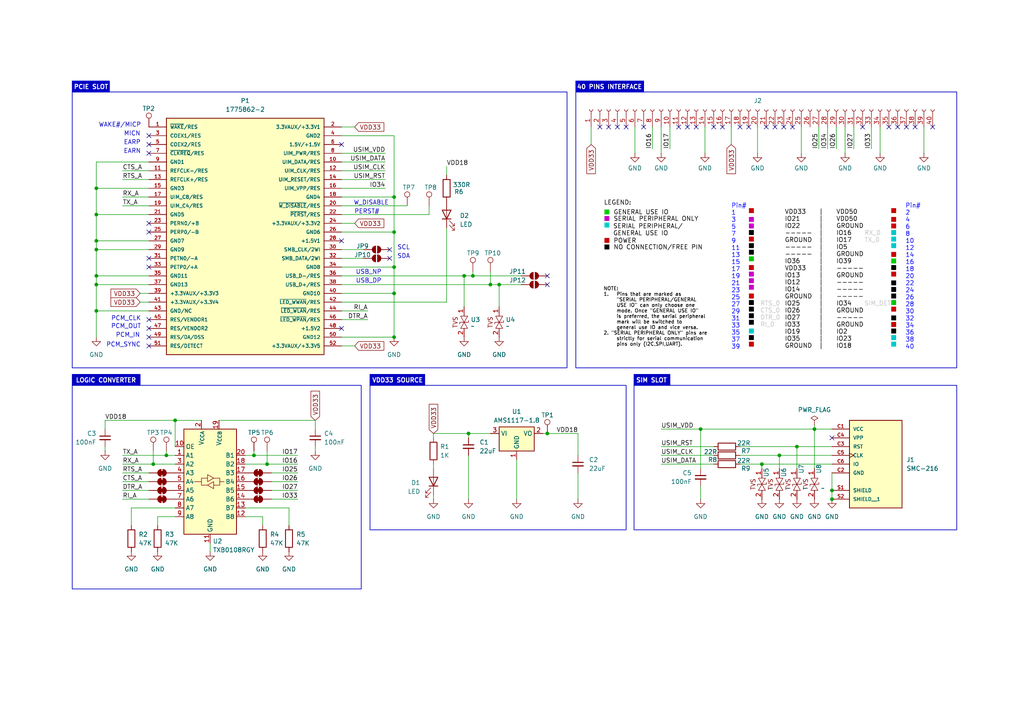
<source format=kicad_sch>
(kicad_sch (version 20231120) (generator "eeschema") (generator_version "8.0")
  (paper "A4")
  (title_block (title "Sim7600G Pi HAT") (date "2025-07-19") (rev "1"))
  (junction (at 114.3 67.31))
  (junction (at 27.94 69.85))
  (junction (at 114.3 85.09))
  (junction (at 226.06 132.08))
  (junction (at 27.94 90.17))
  (junction (at 220.98 134.62))
  (junction (at 135.89 125.73))
  (junction (at 73.66 132.08))
  (junction (at 137.16 80.01))
  (junction (at 203.2 124.46))
  (junction (at 27.94 80.01))
  (junction (at 48.26 132.08))
  (junction (at 231.14 129.54))
  (junction (at 241.3 144.78))
  (junction (at 44.45 134.62))
  (junction (at 50.8 121.92))
  (junction (at 158.75 125.73))
  (junction (at 134.62 80.01))
  (junction (at 114.3 57.15))
  (junction (at 241.3 142.24))
  (junction (at 144.78 82.55))
  (junction (at 27.94 82.55))
  (junction (at 142.24 82.55))
  (junction (at 27.94 62.23))
  (junction (at 27.94 72.39))
  (junction (at 77.47 134.62))
  (junction (at 114.3 97.79))
  (junction (at 236.22 124.46))
  (junction (at 114.3 77.47))
  (junction (at 27.94 54.61))
  (no_connect (at 99.06 69.85))
  (no_connect (at 201.93 36.83))
  (no_connect (at 173.99 36.83))
  (no_connect (at 158.75 82.55))
  (no_connect (at 214.63 36.83))
  (no_connect (at 99.06 41.91))
  (no_connect (at 158.75 80.01))
  (no_connect (at 257.81 36.83))
  (no_connect (at 43.18 77.47))
  (no_connect (at 113.03 74.93))
  (no_connect (at 43.18 100.33))
  (no_connect (at 43.18 41.91))
  (no_connect (at 186.69 36.83))
  (no_connect (at 227.33 36.83))
  (no_connect (at 43.18 44.45))
  (no_connect (at 196.85 36.83))
  (no_connect (at 241.3 127))
  (no_connect (at 265.43 36.83))
  (no_connect (at 270.51 36.83))
  (no_connect (at 199.39 36.83))
  (no_connect (at 260.35 36.83))
  (no_connect (at 222.25 36.83))
  (no_connect (at 113.03 72.39))
  (no_connect (at 217.17 36.83))
  (no_connect (at 43.18 95.25))
  (no_connect (at 224.79 36.83))
  (no_connect (at 99.06 95.25))
  (no_connect (at 43.18 97.79))
  (no_connect (at 43.18 67.31))
  (no_connect (at 43.18 74.93))
  (no_connect (at 250.19 36.83))
  (no_connect (at 262.89 36.83))
  (no_connect (at 181.61 36.83))
  (no_connect (at 179.07 36.83))
  (no_connect (at 43.18 64.77))
  (no_connect (at 229.87 36.83))
  (no_connect (at 43.18 92.71))
  (no_connect (at 43.18 39.37))
  (no_connect (at 176.53 36.83))
  (no_connect (at 209.55 36.83))
  (no_connect (at 207.01 36.83))
  (wire (pts (xy 73.66 130.81) (xy 73.66 132.08)))
  (wire (pts (xy 27.94 80.01) (xy 27.94 82.55)))
  (wire (pts (xy 35.56 52.07) (xy 43.18 52.07)))
  (wire (pts (xy 78.74 144.78) (xy 86.36 144.78)))
  (wire (pts (xy 27.94 69.85) (xy 27.94 72.39)))
  (wire (pts (xy 191.77 134.62) (xy 207.01 134.62)))
  (wire (pts (xy 142.24 82.55) (xy 144.78 82.55)))
  (wire (pts (xy 245.11 44.45) (xy 245.11 36.83)))
  (wire (pts (xy 99.06 97.79) (xy 114.3 97.79)))
  (wire (pts (xy 191.77 36.83) (xy 191.77 44.45)))
  (wire (pts (xy 105.41 72.39) (xy 99.06 72.39)))
  (wire (pts (xy 71.12 147.32) (xy 83.82 147.32)))
  (wire (pts (xy 242.57 36.83) (xy 242.57 43.18)))
  (wire (pts (xy 35.56 132.08) (xy 48.26 132.08)))
  (wire (pts (xy 91.44 121.92) (xy 91.44 124.46)))
  (wire (pts (xy 73.66 132.08) (xy 86.36 132.08)))
  (wire (pts (xy 99.06 46.99) (xy 111.76 46.99)))
  (wire (pts (xy 114.3 85.09) (xy 114.3 97.79)))
  (wire (pts (xy 58.42 121.92) (xy 50.8 121.92)))
  (wire (pts (xy 27.94 62.23) (xy 43.18 62.23)))
  (wire (pts (xy 203.2 124.46) (xy 203.2 135.89)))
  (wire (pts (xy 99.06 44.45) (xy 111.76 44.45)))
  (wire (pts (xy 184.15 44.45) (xy 184.15 36.83)))
  (wire (pts (xy 129.54 66.04) (xy 129.54 87.63)))
  (wire (pts (xy 99.06 64.77) (xy 102.87 64.77)))
  (wire (pts (xy 99.06 67.31) (xy 114.3 67.31)))
  (wire (pts (xy 78.74 142.24) (xy 86.36 142.24)))
  (wire (pts (xy 125.73 134.62) (xy 125.73 135.89)))
  (wire (pts (xy 118.11 59.69) (xy 99.06 59.69)))
  (wire (pts (xy 35.56 142.24) (xy 43.18 142.24)))
  (wire (pts (xy 252.73 36.83) (xy 252.73 43.18)))
  (wire (pts (xy 124.46 59.69) (xy 124.46 62.23)))
  (wire (pts (xy 137.16 80.01) (xy 151.13 80.01)))
  (wire (pts (xy 27.94 82.55) (xy 27.94 90.17)))
  (wire (pts (xy 27.94 72.39) (xy 27.94 80.01)))
  (wire (pts (xy 35.56 139.7) (xy 43.18 139.7)))
  (wire (pts (xy 77.47 130.81) (xy 77.47 134.62)))
  (wire (pts (xy 99.06 39.37) (xy 114.3 39.37)))
  (wire (pts (xy 99.06 82.55) (xy 142.24 82.55)))
  (wire (pts (xy 27.94 54.61) (xy 43.18 54.61)))
  (wire (pts (xy 30.48 121.92) (xy 50.8 121.92)))
  (wire (pts (xy 125.73 144.78) (xy 125.73 143.51)))
  (wire (pts (xy 236.22 123.19) (xy 236.22 124.46)))
  (wire (pts (xy 48.26 130.81) (xy 48.26 132.08)))
  (wire (pts (xy 189.23 36.83) (xy 189.23 43.18)))
  (wire (pts (xy 114.3 67.31) (xy 114.3 77.47)))
  (wire (pts (xy 167.64 137.16) (xy 167.64 144.78)))
  (wire (pts (xy 142.24 78.74) (xy 142.24 82.55)))
  (wire (pts (xy 99.06 57.15) (xy 114.3 57.15)))
  (wire (pts (xy 267.97 44.45) (xy 267.97 36.83)))
  (wire (pts (xy 99.06 92.71) (xy 106.68 92.71)))
  (wire (pts (xy 99.06 77.47) (xy 114.3 77.47)))
  (wire (pts (xy 35.56 137.16) (xy 43.18 137.16)))
  (wire (pts (xy 226.06 132.08) (xy 226.06 135.89)))
  (wire (pts (xy 240.03 36.83) (xy 240.03 43.18)))
  (wire (pts (xy 157.48 125.73) (xy 158.75 125.73)))
  (wire (pts (xy 135.89 125.73) (xy 142.24 125.73)))
  (wire (pts (xy 45.72 149.86) (xy 50.8 149.86)))
  (wire (pts (xy 149.86 144.78) (xy 149.86 133.35)))
  (wire (pts (xy 114.3 57.15) (xy 114.3 67.31)))
  (wire (pts (xy 99.06 80.01) (xy 134.62 80.01)))
  (wire (pts (xy 144.78 82.55) (xy 144.78 88.9)))
  (wire (pts (xy 114.3 39.37) (xy 114.3 57.15)))
  (wire (pts (xy 30.48 130.81) (xy 30.48 129.54)))
  (wire (pts (xy 102.87 100.33) (xy 99.06 100.33)))
  (wire (pts (xy 105.41 74.93) (xy 99.06 74.93)))
  (wire (pts (xy 236.22 124.46) (xy 241.3 124.46)))
  (wire (pts (xy 134.62 80.01) (xy 137.16 80.01)))
  (wire (pts (xy 27.94 62.23) (xy 27.94 69.85)))
  (wire (pts (xy 27.94 54.61) (xy 27.94 62.23)))
  (wire (pts (xy 40.64 85.09) (xy 43.18 85.09)))
  (wire (pts (xy 44.45 130.81) (xy 44.45 134.62)))
  (wire (pts (xy 194.31 36.83) (xy 194.31 43.18)))
  (wire (pts (xy 50.8 121.92) (xy 50.8 129.54)))
  (wire (pts (xy 76.2 152.4) (xy 76.2 149.86)))
  (wire (pts (xy 191.77 129.54) (xy 207.01 129.54)))
  (wire (pts (xy 212.09 36.83) (xy 212.09 41.91)))
  (wire (pts (xy 27.94 82.55) (xy 43.18 82.55)))
  (wire (pts (xy 27.94 97.79) (xy 27.94 90.17)))
  (wire (pts (xy 158.75 125.73) (xy 167.64 125.73)))
  (wire (pts (xy 35.56 59.69) (xy 43.18 59.69)))
  (wire (pts (xy 247.65 36.83) (xy 247.65 43.18)))
  (wire (pts (xy 35.56 134.62) (xy 44.45 134.62)))
  (wire (pts (xy 40.64 87.63) (xy 43.18 87.63)))
  (wire (pts (xy 27.94 72.39) (xy 43.18 72.39)))
  (wire (pts (xy 50.8 147.32) (xy 38.1 147.32)))
  (wire (pts (xy 203.2 124.46) (xy 236.22 124.46)))
  (wire (pts (xy 27.94 46.99) (xy 27.94 54.61)))
  (wire (pts (xy 35.56 144.78) (xy 43.18 144.78)))
  (wire (pts (xy 220.98 134.62) (xy 241.3 134.62)))
  (wire (pts (xy 125.73 125.73) (xy 125.73 127)))
  (wire (pts (xy 76.2 149.86) (xy 71.12 149.86)))
  (wire (pts (xy 125.73 125.73) (xy 135.89 125.73)))
  (wire (pts (xy 35.56 57.15) (xy 43.18 57.15)))
  (wire (pts (xy 151.13 82.55) (xy 144.78 82.55)))
  (wire (pts (xy 214.63 134.62) (xy 220.98 134.62)))
  (wire (pts (xy 63.5 121.92) (xy 91.44 121.92)))
  (wire (pts (xy 99.06 90.17) (xy 106.68 90.17)))
  (wire (pts (xy 30.48 121.92) (xy 30.48 124.46)))
  (wire (pts (xy 220.98 134.62) (xy 220.98 135.89)))
  (wire (pts (xy 27.94 46.99) (xy 43.18 46.99)))
  (wire (pts (xy 219.71 44.45) (xy 219.71 36.83)))
  (wire (pts (xy 27.94 90.17) (xy 43.18 90.17)))
  (wire (pts (xy 78.74 137.16) (xy 86.36 137.16)))
  (wire (pts (xy 27.94 80.01) (xy 43.18 80.01)))
  (wire (pts (xy 35.56 49.53) (xy 43.18 49.53)))
  (wire (pts (xy 77.47 134.62) (xy 86.36 134.62)))
  (wire (pts (xy 114.3 77.47) (xy 114.3 85.09)))
  (wire (pts (xy 38.1 147.32) (xy 38.1 152.4)))
  (wire (pts (xy 171.45 36.83) (xy 171.45 41.91)))
  (wire (pts (xy 255.27 36.83) (xy 255.27 44.45)))
  (wire (pts (xy 102.87 36.83) (xy 99.06 36.83)))
  (wire (pts (xy 203.2 140.97) (xy 203.2 144.78)))
  (wire (pts (xy 191.77 124.46) (xy 203.2 124.46)))
  (wire (pts (xy 45.72 152.4) (xy 45.72 149.86)))
  (wire (pts (xy 231.14 129.54) (xy 241.3 129.54)))
  (wire (pts (xy 237.49 36.83) (xy 237.49 43.18)))
  (wire (pts (xy 204.47 44.45) (xy 204.47 36.83)))
  (wire (pts (xy 48.26 132.08) (xy 50.8 132.08)))
  (wire (pts (xy 134.62 80.01) (xy 134.62 88.9)))
  (wire (pts (xy 99.06 85.09) (xy 114.3 85.09)))
  (wire (pts (xy 99.06 52.07) (xy 111.76 52.07)))
  (wire (pts (xy 91.44 130.81) (xy 91.44 129.54)))
  (wire (pts (xy 167.64 125.73) (xy 167.64 132.08)))
  (wire (pts (xy 231.14 129.54) (xy 231.14 135.89)))
  (wire (pts (xy 129.54 87.63) (xy 99.06 87.63)))
  (wire (pts (xy 241.3 137.16) (xy 241.3 142.24)))
  (wire (pts (xy 226.06 132.08) (xy 241.3 132.08)))
  (wire (pts (xy 27.94 69.85) (xy 43.18 69.85)))
  (wire (pts (xy 232.41 44.45) (xy 232.41 36.83)))
  (wire (pts (xy 83.82 147.32) (xy 83.82 152.4)))
  (wire (pts (xy 236.22 124.46) (xy 236.22 135.89)))
  (wire (pts (xy 71.12 132.08) (xy 73.66 132.08)))
  (wire (pts (xy 137.16 78.74) (xy 137.16 80.01)))
  (wire (pts (xy 214.63 132.08) (xy 226.06 132.08)))
  (wire (pts (xy 124.46 62.23) (xy 99.06 62.23)))
  (wire (pts (xy 241.3 142.24) (xy 241.3 144.78)))
  (wire (pts (xy 129.54 48.26) (xy 129.54 50.8)))
  (wire (pts (xy 99.06 54.61) (xy 111.76 54.61)))
  (wire (pts (xy 135.89 125.73) (xy 135.89 127)))
  (wire (pts (xy 99.06 49.53) (xy 111.76 49.53)))
  (wire (pts (xy 60.96 160.02) (xy 60.96 157.48)))
  (wire (pts (xy 71.12 134.62) (xy 77.47 134.62)))
  (wire (pts (xy 78.74 139.7) (xy 86.36 139.7)))
  (wire (pts (xy 135.89 132.08) (xy 135.89 144.78)))
  (wire (pts (xy 44.45 134.62) (xy 50.8 134.62)))
  (wire (pts (xy 191.77 132.08) (xy 207.01 132.08)))
  (wire (pts (xy 214.63 129.54) (xy 231.14 129.54)))
  (rectangle (start 175.387 60.833) (end 176.657 62.103) (stroke (width 0) (color 0 194 0 1)) (fill (type color) (color 0 194 0 1)))
  (rectangle (start 217.297 80.772) (end 218.567 82.042) (stroke (width 0) (color 194 0 194 1)) (fill (type color) (color 194 0 194 1)))
  (rectangle (start 258.572 85.217) (end 259.842 86.487) (stroke (width 0) (color 0 0 0 1)) (fill (type color) (color 0 0 0 1)))
  (rectangle (start 258.572 91.567) (end 259.842 92.837) (stroke (width 0) (color 0 0 0 1)) (fill (type color) (color 0 0 0 1)))
  (rectangle (start 258.572 81.407) (end 259.842 82.677) (stroke (width 0) (color 0 0 0 1)) (fill (type color) (color 0 0 0 1)))
  (rectangle (start 20.955 108.585) (end 40.64 111.76) (stroke (width 0.2) (color 0 0 194 1)) (fill (type color) (color 0 0 194 1)))
  (rectangle (start 217.297 95.377) (end 218.567 96.647) (stroke (width 0) (color 0 194 194 1)) (fill (type color) (color 0 194 194 1)))
  (rectangle (start 258.572 97.282) (end 259.842 98.552) (stroke (width 0) (color 0 194 194 1)) (fill (type color) (color 0 194 194 1)))
  (rectangle (start 217.297 99.187) (end 218.567 100.457) (stroke (width 0) (color 194 0 0 1)) (fill (type color) (color 194 0 0 1)))
  (rectangle (start 175.387 64.643) (end 176.657 65.913) (stroke (width 0) (color 0 194 194 1)) (fill (type color) (color 0 194 194 1)))
  (rectangle (start 217.297 74.422) (end 218.567 75.692) (stroke (width 0) (color 0 194 0 1)) (fill (type color) (color 0 194 0 1)))
  (rectangle (start 217.297 90.932) (end 218.567 92.202) (stroke (width 0) (color 0 0 0 1)) (fill (type color) (color 0 0 0 1)))
  (rectangle (start 107.315 111.76) (end 181.61 153.67) (stroke (width 0.2)))
  (rectangle (start 217.297 70.612) (end 218.567 71.882) (stroke (width 0) (color 0 0 0 1)) (fill (type color) (color 0 0 0 1)))
  (rectangle (start 258.572 62.992) (end 259.842 64.262) (stroke (width 0) (color 194 0 0 1)) (fill (type color) (color 194 0 0 1)))
  (rectangle (start 20.955 26.67) (end 164.465 106.68) (stroke (width 0.2)))
  (rectangle (start 258.572 83.312) (end 259.842 84.582) (stroke (width 0) (color 0 0 0 1)) (fill (type color) (color 0 0 0 1)))
  (rectangle (start 183.896 108.585) (end 194.31 111.76) (stroke (width 0.2) (color 0 0 194 1)) (fill (type color) (color 0 0 194 1)))
  (rectangle (start 217.297 78.867) (end 218.567 80.137) (stroke (width 0) (color 194 0 194 1)) (fill (type color) (color 194 0 194 1)))
  (rectangle (start 217.297 72.517) (end 218.567 73.787) (stroke (width 0) (color 0 0 0 1)) (fill (type color) (color 0 0 0 1)))
  (rectangle (start 107.315 108.585) (end 123.19 111.76) (stroke (width 0.2) (color 0 0 194 1)) (fill (type color) (color 0 0 194 1)))
  (rectangle (start 183.896 111.76) (end 277.495 153.67) (stroke (width 0.2)))
  (rectangle (start 258.572 75.057) (end 259.842 76.327) (stroke (width 0) (color 0 194 0 1)) (fill (type color) (color 0 194 0 1)))
  (rectangle (start 258.572 78.867) (end 259.842 80.137) (stroke (width 0) (color 194 0 0 1)) (fill (type color) (color 194 0 0 1)))
  (rectangle (start 217.297 92.837) (end 218.567 94.107) (stroke (width 0) (color 0 0 0 1)) (fill (type color) (color 0 0 0 1)))
  (rectangle (start 258.572 73.152) (end 259.842 74.422) (stroke (width 0) (color 194 0 0 1)) (fill (type color) (color 194 0 0 1)))
  (rectangle (start 217.297 64.897) (end 218.567 66.167) (stroke (width 0) (color 194 0 194 1)) (fill (type color) (color 194 0 194 1)))
  (rectangle (start 217.297 66.802) (end 218.567 68.072) (stroke (width 0) (color 0 0 0 1)) (fill (type color) (color 0 0 0 1)))
  (rectangle (start 258.572 93.472) (end 259.842 94.742) (stroke (width 0) (color 194 0 0 1)) (fill (type color) (color 194 0 0 1)))
  (rectangle (start 217.297 89.027) (end 218.567 90.297) (stroke (width 0) (color 0 0 0 1)) (fill (type color) (color 0 0 0 1)))
  (rectangle (start 258.572 95.377) (end 259.842 96.647) (stroke (width 0) (color 0 0 0 1)) (fill (type color) (color 0 0 0 1)))
  (rectangle (start 175.387 62.738) (end 176.657 64.008) (stroke (width 0) (color 194 0 194 1)) (fill (type color) (color 194 0 194 1)))
  (rectangle (start 258.572 66.802) (end 259.842 68.072) (stroke (width 0) (color 0 194 194 1)) (fill (type color) (color 0 194 194 1)))
  (rectangle (start 217.297 68.707) (end 218.567 69.977) (stroke (width 0) (color 194 0 0 1)) (fill (type color) (color 194 0 0 1)))
  (rectangle (start 20.955 111.76) (end 104.775 170.815) (stroke (width 0.2)))
  (rectangle (start 20.955 23.495) (end 31.75 26.67) (stroke (width 0.2) (color 0 0 194 1)) (fill (type color) (color 0 0 194 1)))
  (rectangle (start 258.572 99.187) (end 259.842 100.457) (stroke (width 0) (color 0 194 194 1)) (fill (type color) (color 0 194 194 1)))
  (rectangle (start 175.387 70.993) (end 176.657 72.263) (stroke (width 0) (color 0 0 0 1)) (fill (type color) (color 0 0 0 1)))
  (rectangle (start 217.297 85.217) (end 218.567 86.487) (stroke (width 0) (color 194 0 0 1)) (fill (type color) (color 194 0 0 1)))
  (rectangle (start 258.572 76.962) (end 259.842 78.232) (stroke (width 0) (color 0 0 0 1)) (fill (type color) (color 0 0 0 1)))
  (rectangle (start 258.572 64.897) (end 259.842 66.167) (stroke (width 0) (color 194 0 0 1)) (fill (type color) (color 194 0 0 1)))
  (rectangle (start 258.572 60.452) (end 259.842 61.722) (stroke (width 0) (color 194 0 0 1)) (fill (type color) (color 194 0 0 1)))
  (rectangle (start 217.297 87.122) (end 218.567 88.392) (stroke (width 0) (color 0 0 0 1)) (fill (type color) (color 0 0 0 1)))
  (rectangle (start 217.297 82.677) (end 218.567 83.947) (stroke (width 0) (color 194 0 194 1)) (fill (type color) (color 194 0 194 1)))
  (rectangle (start 217.297 97.282) (end 218.567 98.552) (stroke (width 0) (color 0 0 0 1)) (fill (type color) (color 0 0 0 1)))
  (rectangle (start 217.297 62.992) (end 218.567 64.262) (stroke (width 0) (color 194 0 194 1)) (fill (type color) (color 194 0 194 1)))
  (rectangle (start 258.572 89.027) (end 259.842 90.297) (stroke (width 0) (color 194 0 0 1)) (fill (type color) (color 194 0 0 1)))
  (rectangle (start 167.005 23.495) (end 186.69 26.67) (stroke (width 0.2) (color 0 0 194 1)) (fill (type color) (color 0 0 194 1)))
  (rectangle (start 258.572 70.612) (end 259.842 71.882) (stroke (width 0) (color 0 194 194 1)) (fill (type color) (color 0 194 194 1)))
  (rectangle (start 167.005 26.67) (end 277.495 106.68) (stroke (width 0.2)))
  (rectangle (start 258.572 87.122) (end 259.842 88.392) (stroke (width 0) (color 0 194 0 1)) (fill (type color) (color 0 194 0 1)))
  (rectangle (start 258.572 68.707) (end 259.842 69.977) (stroke (width 0) (color 0 194 194 1)) (fill (type color) (color 0 194 194 1)))
  (rectangle (start 217.297 76.962) (end 218.567 78.232) (stroke (width 0) (color 194 0 0 1)) (fill (type color) (color 194 0 0 1)))
  (rectangle (start 217.297 60.452) (end 218.567 61.722) (stroke (width 0) (color 194 0 0 1)) (fill (type color) (color 194 0 0 1)))
  (rectangle (start 175.387 69.088) (end 176.657 70.358) (stroke (width 0) (color 194 0 0 1)) (fill (type color) (color 194 0 0 1)))
  (text "PCM_SYNC" (at 35.814 100.076 0) (effects (font (size 1.27 1.27))))
  (text "PCM_CLK" (at 36.576 92.456 0) (effects (font (size 1.27 1.27))))
  (text "VDD33	|	VDD50\nIO21	|	VDD50\nIO22	|	GROUND\n-----	|	IO16\nGROUND	|	IO17\n-----	|	IO5\n-----	|	GROUND\nIO36	|	IO39\nVDD33	|	-----\nIO13	|	GROUND\nIO12	|	-----		\nIO14	|	-----\nGROUND	|	-----\nIO25	|	IO34\nIO26	|	GROUND\nIO27	|	-----\nIO33	|	GROUND\nIO19	|	IO2\nIO35	|	IO23\nGROUND	|	IO18" (at 227.584 81.026 0) (effects (font (size 1.27 1.27)) (justify left)))
  (text " W_DISABLE" (at 107.188 58.928 0) (effects (font (size 1.27 1.27))))
  (text "Pin#									Pin#\n1										2\n3										4\n5										6\n7										8\n9										10\n11										12\n13										14\n15										16\n17										18\n19										20\n21										22\n23										24\n25										26\n27										28\n29										30\n31										32\n33										34\n35										36\n37										38\n39										40\n										\n" (at 212.09 81.28 0) (effects (font (size 1.27 1.27)) (justify left)))
  (text "		\n	\n					\n						RX_0\n						TX_0\n						\n		\n					\n		\n	\n			\n					\n		\nRTS_0					SIM_DET\nCTS_0\nDTR_0						\nRI_0	\n					\n					\n						" (at 220.472 81.026 0) (effects (font (size 1.27 1.27)) (justify left)))
  (text "LOGIC CONVERTER" (at 30.734 110.49 0) (effects (font (size 1.27 1.27) (thickness 0.254) (bold yes))))
  (text "POWER" (at 177.927 69.977 0) (effects (font (size 1.27 1.27)) (justify left)))
  (text "SDA" (at 117.094 74.422 0) (effects (font (size 1.27 1.27))))
  (text "USB_DP" (at 106.934 81.534 0) (effects (font (size 1.27 1.27))))
  (text "SERIAL PERIPHERAL ONLY" (at 177.927 63.627 0) (effects (font (size 1.27 1.27)) (justify left)))
  (text "40 PINS INTERFACE" (at 176.784 25.4 0) (effects (font (size 1.27 1.27) (thickness 0.254) (bold yes))))
  (text "PCIE SLOT" (at 26.416 25.4 0) (effects (font (size 1.27 1.27) (thickness 0.254) (bold yes))))
  (text "EARN" (at 38.354 43.942 0) (effects (font (size 1.27 1.27))))
  (text "SIM SLOT" (at 188.976 110.49 0) (effects (font (size 1.27 1.27) (thickness 0.254) (bold yes))))
  (text "PCM_IN" (at 37.084 97.282 0) (effects (font (size 1.27 1.27))))
  (text "EARP" (at 38.354 41.402 0) (effects (font (size 1.27 1.27))))
  (text " PCM_OUT" (at 36.068 94.742 0) (effects (font (size 1.27 1.27))))
  (text " SCL" (at 116.586 71.882 0) (effects (font (size 1.27 1.27))))
  (text "VDD33 SOURCE" (at 115.316 110.49 0) (effects (font (size 1.27 1.27) (thickness 0.254) (bold yes))))
  (text " WAKE#/MICP" (at 34.29 36.322 0) (effects (font (size 1.27 1.27))))
  (text "PERST#" (at 106.426 61.468 0) (effects (font (size 1.27 1.27))))
  (text "GENERAL USE IO" (at 177.927 61.722 0) (effects (font (size 1.27 1.27)) (justify left)))
  (text "LEGEND:" (at 175.133 58.928 0) (effects (font (size 1.27 1.27)) (justify left)))
  (text "SERIAL PERIPHERAL/\nGENERAL USE IO\n" (at 177.8 66.802 0) (effects (font (size 1.27 1.27)) (justify left)))
  (text " MICN" (at 37.846 38.862 0) (effects (font (size 1.27 1.27))))
  (text "USB_NP" (at 106.934 78.994 0) (effects (font (size 1.27 1.27))))
  (text "NO CONNECTION/FREE PIN" (at 177.927 71.882 0) (effects (font (size 1.27 1.27)) (justify left)))
  (text "NOTE:\n1.	Pins that are marked as\n	\"SERIAL PERIPHERAL/GENERAL\n	USE IO\" can only choose one\n	mode. Once \"GENERAL USE IO\"\n	is preferred, the serial peripheral\n	mark will be switched to \n	general use IO and vice versa.\n2. \"SERIAL PERIPHERAL ONLY\" pins are\n	strictly for serial communication\n	pins only (I2C,SPI,UART)." (at 175.006 91.948 0) (effects (font (size 1 1)) (justify left)))
  (label "RX_A" (at 35.56 57.15 0))
  (label "IO33" (at 252.73 43.18 90))
  (label "IO25" (at 237.49 43.18 90))
  (label "DTR_A" (at 35.56 142.24 0))
  (label "TX_A" (at 35.56 59.69 0))
  (label "USIM_VDD" (at 111.76 44.45 180))
  (label "USIM_DATA" (at 111.76 46.99 180))
  (label "USIM_CLK" (at 111.76 49.53 180))
  (label "USIM_CLK" (at 191.77 132.08 0))
  (label "USIM_RST" (at 111.76 52.07 180))
  (label "RI_A" (at 35.56 144.78 0))
  (label "IO33" (at 86.36 144.78 180))
  (label "IO17" (at 194.31 43.18 90))
  (label "RTS_A" (at 35.56 52.07 0))
  (label "VDD18" (at 30.48 121.92 0))
  (label "USIM_RST" (at 191.77 129.54 0))
  (label "USIM_VDD" (at 191.77 124.46 0))
  (label "CTS_A" (at 35.56 49.53 0))
  (label "IO16" (at 86.36 134.62 180))
  (label "IO27" (at 247.65 43.18 90))
  (label "USIM_DATA" (at 191.77 134.62 0))
  (label "RX_A" (at 35.56 134.62 0))
  (label "IO34" (at 240.03 43.18 90))
  (label "TX_A" (at 35.56 132.08 0))
  (label "IO26" (at 86.36 139.7 180))
  (label "IO16" (at 189.23 43.18 90))
  (label "IO27" (at 86.36 142.24 180))
  (label "VDD18" (at 167.64 125.73 180))
  (label "DTR_A" (at 106.68 92.71 180))
  (label "IO17" (at 86.36 132.08 180))
  (label "RI_A" (at 106.68 90.17 180))
  (label "RTS_A" (at 35.56 137.16 0))
  (label "IO34" (at 111.76 54.61 180))
  (label "CTS_A" (at 35.56 139.7 0))
  (label "IO25" (at 86.36 137.16 180))
  (label "VDD18" (at 129.54 48.26 0))
  (label "IO26" (at 242.57 43.18 90))
  (global_label "VDD33" (shape input) (at 40.64 85.09 180) (property "Intersheetrefs" "${INTERSHEET_REFS}" (effects (hide yes))))
  (global_label "VDD33" (shape input) (at 125.73 125.73 90) (property "Intersheetrefs" "${INTERSHEET_REFS}" (effects (hide yes))))
  (global_label "VDD33" (shape input) (at 212.09 41.91 270) (property "Intersheetrefs" "${INTERSHEET_REFS}" (effects (hide yes))))
  (global_label "VDD33" (shape input) (at 171.45 41.91 270) (property "Intersheetrefs" "${INTERSHEET_REFS}" (effects (hide yes))))
  (global_label "VDD33" (shape input) (at 40.64 87.63 180) (property "Intersheetrefs" "${INTERSHEET_REFS}" (effects (hide yes))))
  (global_label "VDD33" (shape input) (at 91.44 121.92 90) (property "Intersheetrefs" "${INTERSHEET_REFS}" (effects (hide yes))))
  (global_label "VDD33" (shape input) (at 102.87 100.33 0) (property "Intersheetrefs" "${INTERSHEET_REFS}" (effects (hide yes))))
  (global_label "VDD33" (shape input) (at 102.87 64.77 0) (property "Intersheetrefs" "${INTERSHEET_REFS}" (effects (hide yes))))
  (global_label "VDD33" (shape input) (at 102.87 36.83 0) (property "Intersheetrefs" "${INTERSHEET_REFS}" (effects (hide yes))))
  (symbol (lib_id "power:GND") (at 149.86 144.78 0) (unit 1)
    (property "Reference" "#PWR03" (effects (hide yes)))
    (property "Value" "GND" (at 149.86 149.86 0))
    (property "Description" "Power symbol creates a global label with name \"GND\" , ground" (effects (hide yes)))
  )
  (symbol (lib_id "Connector:TestPoint") (at 158.75 125.73 0) (unit 1)
    (property "Reference" "TP1" (at 156.972 120.396 0) (effects (justify left)))
    (property "Value" "TestPoint" (effects (hide yes)))
    (property "Footprint" "TestPoint:TestPoint_Pad_D1.5mm" (effects (hide yes)))
    (property "Description" "test point" (effects (hide yes)))
  )
  (symbol (lib_id "Device:R") (at 45.72 156.21 0) (mirror x) (unit 1)
    (property "Reference" "R3" (at 47.8155 155.0035 0) (effects (justify left)))
    (property "Value" "47K" (at 47.8155 157.5435 0) (effects (justify left)))
    (property "Footprint" "Resistor_SMD:R_0201_0603Metric" (effects (hide yes)))
    (property "Description" "Resistor" (effects (hide yes)))
  )
  (symbol (lib_id "power:GND") (at 38.1 160.02 0) (mirror y) (unit 1)
    (property "Reference" "#PWR07" (effects (hide yes)))
    (property "Value" "GND" (at 38.1 165.1 0))
    (property "Description" "Power symbol creates a global label with name \"GND\" , ground" (effects (hide yes)))
  )
  (symbol (lib_id "Jumper:SolderJumper_2_Open") (at 109.22 72.39 0) (unit 1) (exclude_from_sim yes) (in_bom no)
    (property "Reference" "JP9" (at 105.156 71.374 0))
    (property "Value" "SolderJumper_2_Open" (effects (hide yes)))
    (property "Footprint" "Jumper:SolderJumper-2_P1.3mm_Open_Pad1.0x1.5mm" (effects (hide yes)))
    (property "Description" "Solder Jumper, 2-pole, open" (effects (hide yes)))
  )
  (symbol (lib_id "Jumper:SolderJumper_2_Bridged") (at 74.93 139.7 0) (unit 1) (exclude_from_sim yes) (in_bom no)
    (property "Reference" "JP6" (effects (hide yes)))
    (property "Value" "SolderJumper_2_Bridged" (effects (hide yes)))
    (property "Footprint" "Jumper:SolderJumper-2_P1.3mm_Bridged_RoundedPad1.0x1.5mm" (effects (hide yes)))
    (property "Description" "Solder Jumper, 2-pole, closed/bridged" (effects (hide yes)))
  )
  (symbol (lib_id "power:PWR_FLAG") (at 236.22 123.19 0) (unit 1)
    (property "Reference" "#FLG01" (effects (hide yes)))
    (property "Value" "PWR_FLAG" (at 236.22 118.872 0))
    (property "Description" "Special symbol for telling ERC where power comes from" (effects (hide yes)))
  )
  (symbol (lib_id "LESD5D5:LRC_LESD5D5.0CT1G") (at 137.16 92.71 270) (unit 1)
    (property "Reference" "U3" (at 136.525 92.7099 90) (effects (justify left)))
    (property "Value" "~" (at 136.525 94.615 90) (effects (justify left)))
    (property "Footprint" "Diode_SMD:D_SOD-523" (effects (hide yes)))
  )
  (symbol (lib_id "Device:C_Small") (at 203.2 138.43 0) (mirror y) (unit 1)
    (property "Reference" "C5" (at 200.66 137.1662 0) (effects (justify left)))
    (property "Value" "100nF" (at 200.66 139.7062 0) (effects (justify left)))
    (property "Footprint" "Capacitor_SMD:C_0603_1608Metric" (effects (hide yes)))
    (property "Description" "Unpolarized capacitor, small symbol" (effects (hide yes)))
    (property "LCSC Part Number" "C14663" (effects (hide yes)))
  )
  (symbol (lib_id "Regulator_Linear:AMS1117-1.8") (at 149.86 125.73 0) (unit 1)
    (property "Reference" "U1" (at 149.86 119.38 0))
    (property "Value" "AMS1117-1.8" (at 149.86 121.92 0))
    (property "Footprint" "Package_TO_SOT_SMD:SOT-223-3_TabPin2" (effects (hide yes)))
    (property "Datasheet" "http://www.advanced-monolithic.com/pdf/ds1117.pdf" (effects (hide yes)))
    (property "Description" "1A Low Dropout regulator, positive, 1.8V fixed output, SOT-223" (effects (hide yes)))
  )
  (symbol (lib_id "Device:C_Small") (at 135.89 129.54 0) (unit 1)
    (property "Reference" "C1" (at 139.065 128.2762 0) (effects (justify left)))
    (property "Value" "22uF" (at 139.065 130.8162 0) (effects (justify left)))
    (property "Footprint" "Capacitor_SMD:C_0603_1608Metric" (effects (hide yes)))
    (property "Description" "Unpolarized capacitor, small symbol" (effects (hide yes)))
    (property "LCSC Part Number" "C84419" (effects (hide yes)))
  )
  (symbol (lib_id "power:GND") (at 231.14 144.78 0) (unit 1)
    (property "Reference" "#PWR019" (effects (hide yes)))
    (property "Value" "GND" (at 231.14 149.86 0))
    (property "Description" "Power symbol creates a global label with name \"GND\" , ground" (effects (hide yes)))
  )
  (symbol (lib_id "LESD5D5:LRC_LESD5D5.0CT1G") (at 223.52 139.7 270) (unit 1)
    (property "Reference" "U5" (at 222.25 135.636 0) (effects (justify left)))
    (property "Value" "~" (at 222.885 141.605 90) (effects (justify left)))
    (property "Footprint" "Diode_SMD:D_SOD-523" (effects (hide yes)))
    (property "LCSC Part Number" "C3707128" (effects (hide yes)))
  )
  (symbol (lib_id "power:GND") (at 191.77 44.45 0) (unit 1)
    (property "Reference" "#PWR023" (effects (hide yes)))
    (property "Value" "GND" (at 191.77 48.768 0))
    (property "Description" "Power symbol creates a global label with name \"GND\" , ground" (effects (hide yes)))
  )
  (symbol (lib_id "SMC-216:SMC-216") (at 254 132.08 0) (unit 1)
    (property "Reference" "J1" (at 262.89 133.3499 0) (effects (justify left)))
    (property "Value" "SMC-216" (at 262.89 135.8899 0) (effects (justify left)))
    (property "Footprint" "Sim-Card-Slot-SMC-216:XUNPU_SMC-216" (effects (hide yes)))
    (property "MF" "Xunpu" (effects (hide yes)))
    (property "MAXIMUM_PACKAGE_HEIGHT" "1.87mm" (effects (hide yes)))
    (property "Package" "Package" (effects (hide yes)))
    (property "Price" "None" (effects (hide yes)))
    (property "Check_prices" "https://www.snapeda.com/parts/SMC-216/Xunpu/view-part/?ref=eda" (effects (hide yes)))
    (property "STANDARD" "Manufacturer Recommendations" (effects (hide yes)))
    (property "PARTREV" "B" (effects (hide yes)))
    (property "SnapEDA_Link" "https://www.snapeda.com/parts/SMC-216/Xunpu/view-part/?ref=snap" (effects (hide yes)))
    (property "MP" "SMC-216" (effects (hide yes)))
    (property "Description_1" "\n                        \n                            SOCKET CARD, 216 PIN BGA; B=13X1\n                        \n" (effects (hide yes)))
    (property "Availability" "Not in stock" (effects (hide yes)))
    (property "MANUFACTURER" "XUNPU" (effects (hide yes)))
  )
  (symbol (lib_id "power:GND") (at 134.62 97.79 0) (unit 1)
    (property "Reference" "#PWR014" (effects (hide yes)))
    (property "Value" "GND" (at 134.62 102.87 0))
    (property "Description" "Power symbol creates a global label with name \"GND\" , ground" (effects (hide yes)))
  )
  (symbol (lib_id "Connector:TestPoint") (at 43.18 36.83 0) (mirror y) (unit 1)
    (property "Reference" "TP2" (at 44.958 31.496 0) (effects (justify left)))
    (property "Value" "TestPoint" (effects (hide yes)))
    (property "Footprint" "TestPoint:TestPoint_THTPad_D2.0mm_Drill1.0mm" (effects (hide yes)))
    (property "Description" "test point" (effects (hide yes)))
  )
  (symbol (lib_id "1775862-2:1775862-2") (at 71.12 67.31 0) (unit 1)
    (property "Reference" "P1" (at 71.12 29.21 0))
    (property "Value" "1775862-2" (at 71.12 31.75 0))
    (property "Footprint" "PCIe-Slot-1775862-2:TE_1775862-2" (effects (hide yes)))
    (property "Comment" "1775862-2" (effects (hide yes)))
    (property "MF" "TE Connectivity" (effects (hide yes)))
    (property "Description_1" "\n                        \n                            52 Position Female Connector PCI Express Mini Card Gold 0.031 (0.80mm) Black\n                        \n" (effects (hide yes)))
    (property "Package" "None" (effects (hide yes)))
    (property "Price" "None" (effects (hide yes)))
    (property "Check_prices" "https://www.snapeda.com/parts/1775862-2/TE+Connectivity+AMP+Connectors/view-part/?ref=eda" (effects (hide yes)))
    (property "SnapEDA_Link" "https://www.snapeda.com/parts/1775862-2/TE+Connectivity+AMP+Connectors/view-part/?ref=snap" (effects (hide yes)))
    (property "MP" "1775862-2" (effects (hide yes)))
    (property "Availability" "In Stock" (effects (hide yes)))
    (property "MANUFACTURER" "TE Connectivity" (effects (hide yes)))
  )
  (symbol (lib_id "Device:R") (at 210.82 129.54 90) (mirror x) (unit 1)
    (property "Reference" "R7" (at 217.678 130.81 90) (effects (justify left)))
    (property "Value" "22R" (at 217.678 128.524 90) (effects (justify left)))
    (property "Footprint" "Resistor_SMD:R_0201_0603Metric" (effects (hide yes)))
    (property "Description" "Resistor" (effects (hide yes)))
  )
  (symbol (lib_id "power:GND") (at 232.41 44.45 0) (unit 1)
    (property "Reference" "#PWR026" (effects (hide yes)))
    (property "Value" "GND" (at 232.41 48.768 0))
    (property "Description" "Power symbol creates a global label with name \"GND\" , ground" (effects (hide yes)))
  )
  (symbol (lib_id "Jumper:SolderJumper_2_Bridged") (at 74.93 142.24 0) (unit 1) (exclude_from_sim yes) (in_bom no)
    (property "Reference" "JP7" (effects (hide yes)))
    (property "Value" "SolderJumper_2_Bridged" (effects (hide yes)))
    (property "Footprint" "Jumper:SolderJumper-2_P1.3mm_Bridged_RoundedPad1.0x1.5mm" (effects (hide yes)))
    (property "Description" "Solder Jumper, 2-pole, closed/bridged" (effects (hide yes)))
  )
  (symbol (lib_id "Device:R") (at 129.54 54.61 180) (unit 1)
    (property "Reference" "R6" (at 133.096 55.626 0))
    (property "Value" "330R" (at 133.858 53.594 0))
    (property "Footprint" "Resistor_SMD:R_0201_0603Metric" (effects (hide yes)))
    (property "Description" "Resistor" (effects (hide yes)))
  )
  (symbol (lib_id "Connector:TestPoint") (at 118.11 59.69 0) (mirror y) (unit 1)
    (property "Reference" "TP7" (at 120.396 54.356 0) (effects (justify left)))
    (property "Value" "TestPoint" (effects (hide yes)))
    (property "Footprint" "TestPoint:TestPoint_THTPad_D2.0mm_Drill1.0mm" (effects (hide yes)))
    (property "Description" "test point" (effects (hide yes)))
  )
  (symbol (lib_id "power:GND") (at 226.06 144.78 0) (unit 1)
    (property "Reference" "#PWR018" (effects (hide yes)))
    (property "Value" "GND" (at 226.06 149.86 0))
    (property "Description" "Power symbol creates a global label with name \"GND\" , ground" (effects (hide yes)))
  )
  (symbol (lib_id "Connector:TestPoint") (at 44.45 130.81 0) (mirror y) (unit 1)
    (property "Reference" "TP3" (at 46.228 125.476 0) (effects (justify left)))
    (property "Value" "TestPoint" (effects (hide yes)))
    (property "Footprint" "TestPoint:TestPoint_Pad_D1.5mm" (effects (hide yes)))
    (property "Description" "test point" (effects (hide yes)))
  )
  (symbol (lib_id "power:GND") (at 255.27 44.45 0) (unit 1)
    (property "Reference" "#PWR028" (effects (hide yes)))
    (property "Value" "GND" (at 255.27 48.768 0))
    (property "Description" "Power symbol creates a global label with name \"GND\" , ground" (effects (hide yes)))
  )
  (symbol (lib_id "Jumper:SolderJumper_2_Bridged") (at 46.99 142.24 0) (unit 1) (exclude_from_sim yes) (in_bom no)
    (property "Reference" "JP3" (effects (hide yes)))
    (property "Value" "SolderJumper_2_Bridged" (effects (hide yes)))
    (property "Footprint" "Jumper:SolderJumper-2_P1.3mm_Bridged_RoundedPad1.0x1.5mm" (effects (hide yes)))
    (property "Description" "Solder Jumper, 2-pole, closed/bridged" (effects (hide yes)))
  )
  (symbol (lib_id "Jumper:SolderJumper_2_Bridged") (at 74.93 137.16 0) (unit 1) (exclude_from_sim yes) (in_bom no)
    (property "Reference" "JP5" (effects (hide yes)))
    (property "Value" "SolderJumper_2_Bridged" (effects (hide yes)))
    (property "Footprint" "Jumper:SolderJumper-2_P1.3mm_Bridged_RoundedPad1.0x1.5mm" (effects (hide yes)))
    (property "Description" "Solder Jumper, 2-pole, closed/bridged" (effects (hide yes)))
  )
  (symbol (lib_id "power:GND") (at 220.98 144.78 0) (unit 1)
    (property "Reference" "#PWR017" (effects (hide yes)))
    (property "Value" "GND" (at 220.98 149.86 0))
    (property "Description" "Power symbol creates a global label with name \"GND\" , ground" (effects (hide yes)))
  )
  (symbol (lib_id "Jumper:SolderJumper_2_Open") (at 109.22 74.93 0) (unit 1) (exclude_from_sim yes) (in_bom no)
    (property "Reference" "JP10" (at 105.156 73.914 0))
    (property "Value" "SolderJumper_2_Open" (effects (hide yes)))
    (property "Footprint" "Jumper:SolderJumper-2_P1.3mm_Open_Pad1.0x1.5mm" (effects (hide yes)))
    (property "Description" "Solder Jumper, 2-pole, open" (effects (hide yes)))
  )
  (symbol (lib_id "power:GND") (at 135.89 144.78 0) (unit 1)
    (property "Reference" "#PWR02" (effects (hide yes)))
    (property "Value" "GND" (at 135.89 149.86 0))
    (property "Description" "Power symbol creates a global label with name \"GND\" , ground" (effects (hide yes)))
  )
  (symbol (lib_id "LESD5D5:LRC_LESD5D5.0CT1G") (at 233.68 139.7 270) (unit 1)
    (property "Reference" "U7" (at 232.41 134.62 0) (effects (justify left)))
    (property "Value" "~" (at 233.045 141.605 90) (effects (justify left)))
    (property "Footprint" "Diode_SMD:D_SOD-523" (effects (hide yes)))
    (property "LCSC Part Number" "C3707128" (effects (hide yes)))
  )
  (symbol (lib_id "Jumper:SolderJumper_2_Open") (at 154.94 82.55 0) (unit 1) (exclude_from_sim yes) (in_bom no)
    (property "Reference" "JP12" (at 150.114 81.28 0))
    (property "Value" "SolderJumper_2_Open" (effects (hide yes)))
    (property "Footprint" "Jumper:SolderJumper-2_P1.3mm_Open_Pad1.0x1.5mm" (effects (hide yes)))
    (property "Description" "Solder Jumper, 2-pole, open" (effects (hide yes)))
  )
  (symbol (lib_id "power:GND") (at 144.78 97.79 0) (unit 1)
    (property "Reference" "#PWR016" (effects (hide yes)))
    (property "Value" "GND" (at 144.78 102.87 0))
    (property "Description" "Power symbol creates a global label with name \"GND\" , ground" (effects (hide yes)))
  )
  (symbol (lib_id "Connector:TestPoint") (at 124.46 59.69 0) (mirror y) (unit 1)
    (property "Reference" "TP8" (at 126.746 54.356 0) (effects (justify left)))
    (property "Value" "TestPoint" (effects (hide yes)))
    (property "Footprint" "TestPoint:TestPoint_THTPad_D2.0mm_Drill1.0mm" (effects (hide yes)))
    (property "Description" "test point" (effects (hide yes)))
  )
  (symbol (lib_id "Connector:TestPoint") (at 142.24 78.74 0) (unit 1)
    (property "Reference" "TP10" (at 140.462 73.406 0) (effects (justify left)))
    (property "Value" "TestPoint" (effects (hide yes)))
    (property "Footprint" "TestPoint:TestPoint_Pad_D1.5mm" (effects (hide yes)))
    (property "Description" "test point" (effects (hide yes)))
  )
  (symbol (lib_id "Connector:TestPoint") (at 73.66 130.81 0) (unit 1)
    (property "Reference" "TP5" (at 71.882 125.476 0) (effects (justify left)))
    (property "Value" "TestPoint" (effects (hide yes)))
    (property "Footprint" "TestPoint:TestPoint_Pad_D1.5mm" (effects (hide yes)))
    (property "Description" "test point" (effects (hide yes)))
  )
  (symbol (lib_id "Device:R") (at 76.2 156.21 0) (mirror x) (unit 1)
    (property "Reference" "R4" (at 78.2955 155.0035 0) (effects (justify left)))
    (property "Value" "47K" (at 78.2955 157.5435 0) (effects (justify left)))
    (property "Footprint" "Resistor_SMD:R_0201_0603Metric" (effects (hide yes)))
    (property "Description" "Resistor" (effects (hide yes)))
  )
  (symbol (lib_id "power:GND") (at 30.48 130.81 0) (unit 1)
    (property "Reference" "#PWR06" (effects (hide yes)))
    (property "Value" "GND" (at 30.48 135.89 0))
    (property "Description" "Power symbol creates a global label with name \"GND\" , ground" (effects (hide yes)))
  )
  (symbol (lib_id "Device:R") (at 210.82 132.08 90) (mirror x) (unit 1)
    (property "Reference" "R8" (at 208.026 133.35 90) (effects (justify left)))
    (property "Value" "22R" (at 208.026 131.064 90) (effects (justify left)))
    (property "Footprint" "Resistor_SMD:R_0201_0603Metric" (effects (hide yes)))
    (property "Description" "Resistor" (effects (hide yes)))
  )
  (symbol (lib_id "Device:R") (at 83.82 156.21 0) (mirror x) (unit 1)
    (property "Reference" "R5" (at 85.9155 155.0035 0) (effects (justify left)))
    (property "Value" "47K" (at 85.9155 157.5435 0) (effects (justify left)))
    (property "Footprint" "Resistor_SMD:R_0201_0603Metric" (effects (hide yes)))
    (property "Description" "Resistor" (effects (hide yes)))
  )
  (symbol (lib_id "power:GND") (at 236.22 144.78 0) (unit 1)
    (property "Reference" "#PWR020" (effects (hide yes)))
    (property "Value" "GND" (at 236.22 149.86 0))
    (property "Description" "Power symbol creates a global label with name \"GND\" , ground" (effects (hide yes)))
  )
  (symbol (lib_id "power:GND") (at 45.72 160.02 0) (mirror y) (unit 1)
    (property "Reference" "#PWR08" (effects (hide yes)))
    (property "Value" "GND" (at 45.72 165.1 0))
    (property "Description" "Power symbol creates a global label with name \"GND\" , ground" (effects (hide yes)))
  )
  (symbol (lib_id "power:GND") (at 114.3 97.79 0) (unit 1)
    (property "Reference" "#PWR013" (effects (hide yes)))
    (property "Value" "GND" (at 114.3 102.87 0))
    (property "Description" "Power symbol creates a global label with name \"GND\" , ground" (effects (hide yes)))
  )
  (symbol (lib_id "power:GND") (at 91.44 130.81 0) (mirror y) (unit 1)
    (property "Reference" "#PWR012" (effects (hide yes)))
    (property "Value" "GND" (at 91.44 135.89 0))
    (property "Description" "Power symbol creates a global label with name \"GND\" , ground" (effects (hide yes)))
  )
  (symbol (lib_id "Jumper:SolderJumper_2_Bridged") (at 74.93 144.78 0) (unit 1) (exclude_from_sim yes) (in_bom no)
    (property "Reference" "JP8" (effects (hide yes)))
    (property "Value" "SolderJumper_2_Bridged" (effects (hide yes)))
    (property "Footprint" "Jumper:SolderJumper-2_P1.3mm_Bridged_RoundedPad1.0x1.5mm" (effects (hide yes)))
    (property "Description" "Solder Jumper, 2-pole, closed/bridged" (effects (hide yes)))
  )
  (symbol (lib_id "Logic_LevelTranslator:TXB0108RGY") (at 60.96 139.7 0) (unit 1)
    (property "Reference" "U2" (at 61.722 156.972 0) (effects (justify left)))
    (property "Value" "TXB0108RGY" (at 61.722 159.512 0) (effects (justify left)))
    (property "Footprint" "Package_DFN_QFN:Texas_RGY_R-PVQFN-N20_EP2.05x3.05mm" (effects (hide yes)))
    (property "Datasheet" "http://www.ti.com/lit/ds/symlink/txb0108.pdf" (effects (hide yes)))
    (property "Description" "8-Bit Bidirectional Voltage-Level Translator, Auto Direction Sensing and ±15-kV ESD Protection, 1.2 - 3.6V APort, 1.65 - 5.5V BPort, VQFN-20" (effects (hide yes)))
  )
  (symbol (lib_id "power:GND") (at 83.82 160.02 0) (mirror y) (unit 1)
    (property "Reference" "#PWR011" (effects (hide yes)))
    (property "Value" "GND" (at 83.82 165.1 0))
    (property "Description" "Power symbol creates a global label with name \"GND\" , ground" (effects (hide yes)))
  )
  (symbol (lib_id "Device:LED") (at 129.54 62.23 90) (unit 1)
    (property "Reference" "D2" (at 133.35 62.5474 90) (effects (justify right)))
    (property "Value" "LED" (at 133.35 65.0874 90) (effects (justify right)))
    (property "Footprint" "LED_SMD:LED_0603_1608Metric_Pad1.05x0.95mm_HandSolder" (effects (hide yes)))
    (property "Description" "Light emitting diode" (effects (hide yes)))
  )
  (symbol (lib_id "Device:R") (at 38.1 156.21 0) (mirror x) (unit 1)
    (property "Reference" "R2" (at 40.1955 155.0035 0) (effects (justify left)))
    (property "Value" "47K" (at 40.1955 157.5435 0) (effects (justify left)))
    (property "Footprint" "Resistor_SMD:R_0201_0603Metric" (effects (hide yes)))
    (property "Description" "Resistor" (effects (hide yes)))
  )
  (symbol (lib_id "Device:C_Small") (at 30.48 127 0) (mirror y) (unit 1)
    (property "Reference" "C3" (at 27.94 125.7362 0) (effects (justify left)))
    (property "Value" "100nF" (at 27.94 128.2762 0) (effects (justify left)))
    (property "Footprint" "Capacitor_SMD:C_0603_1608Metric" (effects (hide yes)))
    (property "Description" "Unpolarized capacitor, small symbol" (effects (hide yes)))
    (property "LCSC Part Number" "C14663" (effects (hide yes)))
  )
  (symbol (lib_id "Connector:Conn_01x40_Socket") (at 219.71 31.75 90) (unit 1)
    (property "Reference" "J2" (at 220.98 29.21 90) (effects (justify left)))
    (property "Value" "Conn_01x40_Socket" (effects (hide yes)))
    (property "Footprint" "Connector_PinHeader_2.54mm:PinHeader_2x20_P2.54mm_Vertical" (effects (hide yes)))
    (property "Description" "Generic connector, single row, 01x40, script generated" (effects (hide yes)))
    (property "LCSC Part Number" "C3975165" (effects (hide yes)))
  )
  (symbol (lib_id "power:GND") (at 60.96 160.02 0) (mirror y) (unit 1)
    (property "Reference" "#PWR09" (effects (hide yes)))
    (property "Value" "GND" (at 60.96 165.1 0))
    (property "Description" "Power symbol creates a global label with name \"GND\" , ground" (effects (hide yes)))
  )
  (symbol (lib_id "Connector:TestPoint") (at 77.47 130.81 0) (unit 1)
    (property "Reference" "TP6" (at 75.692 125.476 0) (effects (justify left)))
    (property "Value" "TestPoint" (effects (hide yes)))
    (property "Footprint" "TestPoint:TestPoint_Pad_D1.5mm" (effects (hide yes)))
    (property "Description" "test point" (effects (hide yes)))
  )
  (symbol (lib_id "power:GND") (at 203.2 144.78 0) (unit 1)
    (property "Reference" "#PWR015" (effects (hide yes)))
    (property "Value" "GND" (at 203.2 149.86 0))
    (property "Description" "Power symbol creates a global label with name \"GND\" , ground" (effects (hide yes)))
  )
  (symbol (lib_id "Device:R") (at 125.73 130.81 0) (unit 1)
    (property "Reference" "R1" (at 127.635 129.5399 0) (effects (justify left)))
    (property "Value" "1K" (at 127.635 132.0799 0) (effects (justify left)))
    (property "Footprint" "Resistor_SMD:R_0201_0603Metric" (effects (hide yes)))
    (property "Description" "Resistor" (effects (hide yes)))
  )
  (symbol (lib_id "Device:C_Small") (at 91.44 127 0) (unit 1)
    (property "Reference" "C4" (at 93.98 125.7362 0) (effects (justify left)))
    (property "Value" "100nF" (at 93.98 128.2762 0) (effects (justify left)))
    (property "Footprint" "Capacitor_SMD:C_0603_1608Metric" (effects (hide yes)))
    (property "Description" "Unpolarized capacitor, small symbol" (effects (hide yes)))
    (property "LCSC Part Number" "C14663" (effects (hide yes)))
  )
  (symbol (lib_id "Connector:TestPoint") (at 48.26 130.81 0) (mirror y) (unit 1)
    (property "Reference" "TP4" (at 50.038 125.476 0) (effects (justify left)))
    (property "Value" "TestPoint" (effects (hide yes)))
    (property "Footprint" "TestPoint:TestPoint_Pad_D1.5mm" (effects (hide yes)))
    (property "Description" "test point" (effects (hide yes)))
  )
  (symbol (lib_id "power:GND") (at 267.97 44.45 0) (unit 1)
    (property "Reference" "#PWR029" (effects (hide yes)))
    (property "Value" "GND" (at 267.97 48.768 0))
    (property "Description" "Power symbol creates a global label with name \"GND\" , ground" (effects (hide yes)))
  )
  (symbol (lib_id "Jumper:SolderJumper_2_Bridged") (at 46.99 139.7 0) (unit 1) (exclude_from_sim yes) (in_bom no)
    (property "Reference" "JP2" (effects (hide yes)))
    (property "Value" "SolderJumper_2_Bridged" (effects (hide yes)))
    (property "Footprint" "Jumper:SolderJumper-2_P1.3mm_Bridged_RoundedPad1.0x1.5mm" (effects (hide yes)))
    (property "Description" "Solder Jumper, 2-pole, closed/bridged" (effects (hide yes)))
  )
  (symbol (lib_id "Device:R") (at 210.82 134.62 90) (mirror x) (unit 1)
    (property "Reference" "R9" (at 217.678 135.89 90) (effects (justify left)))
    (property "Value" "22R" (at 217.678 133.604 90) (effects (justify left)))
    (property "Footprint" "Resistor_SMD:R_0201_0603Metric" (effects (hide yes)))
    (property "Description" "Resistor" (effects (hide yes)))
  )
  (symbol (lib_id "Device:C_Small") (at 167.64 134.62 0) (unit 1)
    (property "Reference" "C2" (at 170.815 133.3562 0) (effects (justify left)))
    (property "Value" "22uF" (at 170.815 135.8962 0) (effects (justify left)))
    (property "Footprint" "Capacitor_SMD:C_0603_1608Metric" (effects (hide yes)))
    (property "Description" "Unpolarized capacitor, small symbol" (effects (hide yes)))
    (property "LCSC Part Number" "C84419" (effects (hide yes)))
  )
  (symbol (lib_id "power:GND") (at 125.73 144.78 0) (unit 1)
    (property "Reference" "#PWR01" (effects (hide yes)))
    (property "Value" "GND" (at 125.73 149.86 0))
    (property "Description" "Power symbol creates a global label with name \"GND\" , ground" (effects (hide yes)))
  )
  (symbol (lib_id "power:GND") (at 204.47 44.45 0) (unit 1)
    (property "Reference" "#PWR024" (effects (hide yes)))
    (property "Value" "GND" (at 204.47 48.768 0))
    (property "Description" "Power symbol creates a global label with name \"GND\" , ground" (effects (hide yes)))
  )
  (symbol (lib_id "LESD5D5:LRC_LESD5D5.0CT1G") (at 147.32 92.71 270) (unit 1)
    (property "Reference" "U4" (at 146.685 92.7099 90) (effects (justify left)))
    (property "Value" "~" (at 146.685 94.615 90) (effects (justify left)))
    (property "Footprint" "Diode_SMD:D_SOD-523" (effects (hide yes)))
  )
  (symbol (lib_id "LESD5D5:LRC_LESD5D5.0CT1G") (at 228.6 139.7 270) (unit 1)
    (property "Reference" "U6" (at 227.33 135.636 0) (effects (justify left)))
    (property "Value" "~" (at 227.965 141.605 90) (effects (justify left)))
    (property "Footprint" "Diode_SMD:D_SOD-523" (effects (hide yes)))
    (property "LCSC Part Number" "C3707128" (effects (hide yes)))
  )
  (symbol (lib_id "power:GND") (at 167.64 144.78 0) (unit 1)
    (property "Reference" "#PWR04" (effects (hide yes)))
    (property "Value" "GND" (at 167.64 149.86 0))
    (property "Description" "Power symbol creates a global label with name \"GND\" , ground" (effects (hide yes)))
  )
  (symbol (lib_id "Device:LED") (at 125.73 139.7 270) (mirror x) (unit 1)
    (property "Reference" "D1" (at 121.92 140.0174 90) (effects (justify right)))
    (property "Value" "LED" (at 121.92 142.5574 90) (effects (justify right)))
    (property "Footprint" "LED_SMD:LED_0603_1608Metric_Pad1.05x0.95mm_HandSolder" (effects (hide yes)))
    (property "Description" "Light emitting diode" (effects (hide yes)))
  )
  (symbol (lib_id "LESD5D5:LRC_LESD5D5.0CT1G") (at 238.76 139.7 270) (unit 1)
    (property "Reference" "U8" (at 237.49 134.62 0) (effects (justify left)))
    (property "Value" "~" (at 238.125 141.605 90) (effects (justify left)))
    (property "Footprint" "Diode_SMD:D_SOD-523" (effects (hide yes)))
    (property "LCSC Part Number" "C3707128" (effects (hide yes)))
  )
  (symbol (lib_id "Jumper:SolderJumper_2_Bridged") (at 46.99 137.16 0) (unit 1) (exclude_from_sim yes) (in_bom no)
    (property "Reference" "JP1" (effects (hide yes)))
    (property "Value" "SolderJumper_2_Bridged" (effects (hide yes)))
    (property "Footprint" "Jumper:SolderJumper-2_P1.3mm_Bridged_RoundedPad1.0x1.5mm" (effects (hide yes)))
    (property "Description" "Solder Jumper, 2-pole, closed/bridged" (effects (hide yes)))
  )
  (symbol (lib_id "power:GND") (at 27.94 97.79 0) (unit 1)
    (property "Reference" "#PWR05" (effects (hide yes)))
    (property "Value" "GND" (at 27.94 102.87 0))
    (property "Description" "Power symbol creates a global label with name \"GND\" , ground" (effects (hide yes)))
  )
  (symbol (lib_id "power:GND") (at 76.2 160.02 0) (mirror y) (unit 1)
    (property "Reference" "#PWR010" (effects (hide yes)))
    (property "Value" "GND" (at 76.2 165.1 0))
    (property "Description" "Power symbol creates a global label with name \"GND\" , ground" (effects (hide yes)))
  )
  (symbol (lib_id "power:GND") (at 241.3 144.78 0) (unit 1)
    (property "Reference" "#PWR021" (effects (hide yes)))
    (property "Value" "GND" (at 241.3 149.86 0))
    (property "Description" "Power symbol creates a global label with name \"GND\" , ground" (effects (hide yes)))
  )
  (symbol (lib_id "power:GND") (at 219.71 44.45 0) (unit 1)
    (property "Reference" "#PWR025" (effects (hide yes)))
    (property "Value" "GND" (at 219.71 48.768 0))
    (property "Description" "Power symbol creates a global label with name \"GND\" , ground" (effects (hide yes)))
  )
  (symbol (lib_id "Connector:TestPoint") (at 137.16 78.74 0) (unit 1)
    (property "Reference" "TP9" (at 135.382 73.406 0) (effects (justify left)))
    (property "Value" "TestPoint" (effects (hide yes)))
    (property "Footprint" "TestPoint:TestPoint_Pad_D1.5mm" (effects (hide yes)))
    (property "Description" "test point" (effects (hide yes)))
  )
  (symbol (lib_id "power:GND") (at 184.15 44.45 0) (unit 1)
    (property "Reference" "#PWR022" (effects (hide yes)))
    (property "Value" "GND" (at 184.15 48.768 0))
    (property "Description" "Power symbol creates a global label with name \"GND\" , ground" (effects (hide yes)))
  )
  (symbol (lib_id "power:GND") (at 245.11 44.45 0) (unit 1)
    (property "Reference" "#PWR027" (effects (hide yes)))
    (property "Value" "GND" (at 245.11 48.768 0))
    (property "Description" "Power symbol creates a global label with name \"GND\" , ground" (effects (hide yes)))
  )
  (symbol (lib_id "Jumper:SolderJumper_2_Open") (at 154.94 80.01 0) (unit 1) (exclude_from_sim yes) (in_bom no)
    (property "Reference" "JP11" (at 150.114 78.74 0))
    (property "Value" "SolderJumper_2_Open" (effects (hide yes)))
    (property "Footprint" "Jumper:SolderJumper-2_P1.3mm_Open_Pad1.0x1.5mm" (effects (hide yes)))
    (property "Description" "Solder Jumper, 2-pole, open" (effects (hide yes)))
  )
  (symbol (lib_id "Jumper:SolderJumper_2_Bridged") (at 46.99 144.78 0) (unit 1) (exclude_from_sim yes) (in_bom no)
    (property "Reference" "JP4" (effects (hide yes)))
    (property "Value" "SolderJumper_2_Bridged" (effects (hide yes)))
    (property "Footprint" "Jumper:SolderJumper-2_P1.3mm_Bridged_RoundedPad1.0x1.5mm" (effects (hide yes)))
    (property "Description" "Solder Jumper, 2-pole, closed/bridged" (effects (hide yes)))
  )
)
</source>
